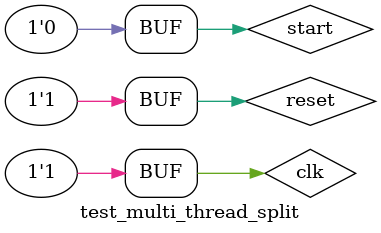
<source format=v>
`timescale 1ns / 1ps


module test_multi_thread_split(
  );
  reg clk;
  reg reset;
  reg start;
  
  initial
  begin
  reset = 1'b1;
  start = 1'b0;
  #40;
  reset = 1'b0;
  #40;
  reset = 1'b1;
  #40;
  start =1'b1;
  #40;
  start = 1'b0;
  end
  
  always
  begin
  clk = 1'b0;
  #20;
  clk = 1'b1;
  #20;
  end
  
  design_4 dut
         (.clk(clk),
          .reset(reset),
          .start(start));
  
endmodule

</source>
